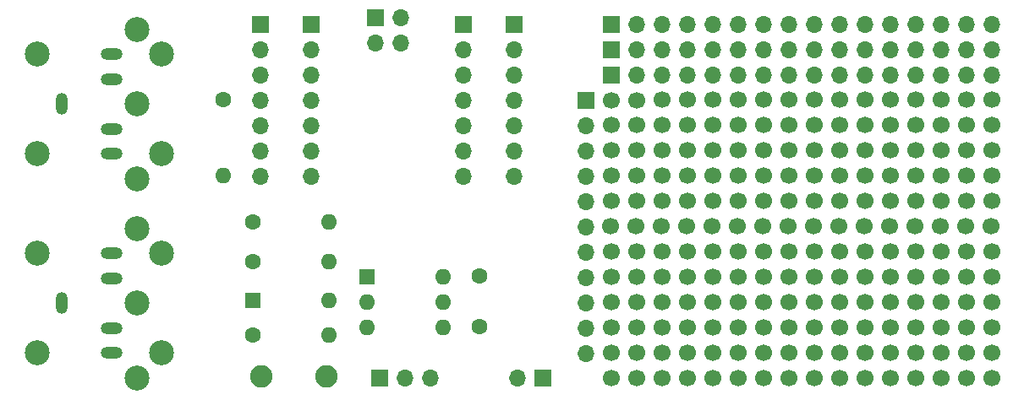
<source format=gbr>
%TF.GenerationSoftware,KiCad,Pcbnew,(6.0.5)*%
%TF.CreationDate,2023-03-15T21:31:39+00:00*%
%TF.ProjectId,XiaoMIDIInterface,5869616f-4d49-4444-9949-6e7465726661,rev?*%
%TF.SameCoordinates,Original*%
%TF.FileFunction,Soldermask,Top*%
%TF.FilePolarity,Negative*%
%FSLAX46Y46*%
G04 Gerber Fmt 4.6, Leading zero omitted, Abs format (unit mm)*
G04 Created by KiCad (PCBNEW (6.0.5)) date 2023-03-15 21:31:39*
%MOMM*%
%LPD*%
G01*
G04 APERTURE LIST*
%ADD10C,1.700000*%
%ADD11R,1.700000X1.700000*%
%ADD12O,1.700000X1.700000*%
%ADD13R,1.600000X1.600000*%
%ADD14O,1.600000X1.600000*%
%ADD15C,2.499360*%
%ADD16C,1.600000*%
%ADD17O,2.200000X1.200000*%
%ADD18O,1.200000X2.200000*%
%ADD19C,2.250000*%
G04 APERTURE END LIST*
D10*
%TO.C,*%
X153020000Y-71348000D03*
%TD*%
%TO.C,*%
X127594600Y-66294000D03*
%TD*%
%TO.C,*%
X147940000Y-53568000D03*
%TD*%
%TO.C,*%
X153020000Y-81508000D03*
%TD*%
%TO.C,*%
X135240000Y-73914000D03*
%TD*%
D11*
%TO.C,J15*%
X96800000Y-81500000D03*
D12*
X99340000Y-81500000D03*
X101880000Y-81500000D03*
%TD*%
D11*
%TO.C,J13*%
X105240000Y-46000000D03*
D12*
X105240000Y-48540000D03*
X105240000Y-51080000D03*
X105240000Y-53620000D03*
X105240000Y-56160000D03*
X105240000Y-58700000D03*
X105240000Y-61240000D03*
%TD*%
D11*
%TO.C,J12*%
X90000000Y-46000000D03*
D12*
X90000000Y-48540000D03*
X90000000Y-51080000D03*
X90000000Y-53620000D03*
X90000000Y-56160000D03*
X90000000Y-58700000D03*
X90000000Y-61240000D03*
%TD*%
D10*
%TO.C,*%
X155560000Y-61188000D03*
%TD*%
%TO.C,*%
X147940000Y-78968000D03*
%TD*%
%TO.C,*%
X140320000Y-71348000D03*
%TD*%
%TO.C,*%
X130160000Y-71374000D03*
%TD*%
%TO.C,*%
X122540000Y-53620000D03*
%TD*%
%TO.C,*%
X150480000Y-56108000D03*
%TD*%
%TO.C,*%
X153020000Y-61188000D03*
%TD*%
%TO.C,*%
X145400000Y-56108000D03*
%TD*%
%TO.C,*%
X122514600Y-66294000D03*
%TD*%
%TO.C,*%
X120000000Y-61214000D03*
%TD*%
%TO.C,*%
X153020000Y-73888000D03*
%TD*%
%TO.C,*%
X150480000Y-78968000D03*
%TD*%
%TO.C,*%
X120000000Y-63754000D03*
%TD*%
%TO.C,*%
X122540000Y-81534000D03*
%TD*%
%TO.C,*%
X127620000Y-71374000D03*
%TD*%
%TO.C,*%
X122540000Y-56134000D03*
%TD*%
%TO.C,*%
X137780000Y-53594000D03*
%TD*%
D13*
%TO.C,U1*%
X95514000Y-71364000D03*
D14*
X95514000Y-73904000D03*
X95514000Y-76444000D03*
X103134000Y-76444000D03*
X103134000Y-73904000D03*
X103134000Y-71364000D03*
%TD*%
D10*
%TO.C,*%
X135240000Y-63754000D03*
%TD*%
%TO.C,*%
X137780000Y-63754000D03*
%TD*%
%TO.C,*%
X158100000Y-68808000D03*
%TD*%
%TO.C,*%
X147940000Y-73888000D03*
%TD*%
D15*
%TO.C,J1*%
X62502300Y-68998740D03*
X62502300Y-79001260D03*
X72497200Y-81498080D03*
X72499740Y-74000000D03*
X72497200Y-66501920D03*
X74999100Y-78996180D03*
X74999100Y-69003820D03*
%TD*%
D10*
%TO.C,*%
X150480000Y-68808000D03*
%TD*%
%TO.C,*%
X145400000Y-63728000D03*
%TD*%
%TO.C,*%
X130160000Y-53594000D03*
%TD*%
%TO.C,*%
X127620000Y-58674000D03*
%TD*%
%TO.C,*%
X137780000Y-56134000D03*
%TD*%
%TO.C,*%
X153020000Y-76428000D03*
%TD*%
%TO.C,*%
X142860000Y-81508000D03*
%TD*%
%TO.C,*%
X147940000Y-71348000D03*
%TD*%
%TO.C,*%
X142860000Y-58648000D03*
%TD*%
%TO.C,*%
X130160000Y-56134000D03*
%TD*%
%TO.C,*%
X140320000Y-76428000D03*
%TD*%
%TO.C,*%
X120000000Y-68834000D03*
%TD*%
%TO.C,*%
X140320000Y-63728000D03*
%TD*%
%TO.C,*%
X142860000Y-53594000D03*
%TD*%
%TO.C,*%
X127620000Y-61214000D03*
%TD*%
%TO.C,*%
X122540000Y-71374000D03*
%TD*%
%TO.C,*%
X125080000Y-71374000D03*
%TD*%
D16*
%TO.C,R1*%
X84100000Y-77200000D03*
D14*
X91720000Y-77200000D03*
%TD*%
D10*
%TO.C,*%
X132700000Y-71374000D03*
%TD*%
%TO.C,*%
X125080000Y-68834000D03*
%TD*%
D11*
%TO.C,J11*%
X113200000Y-81534000D03*
D12*
X110660000Y-81530000D03*
%TD*%
D10*
%TO.C,*%
X135240000Y-78994000D03*
%TD*%
%TO.C,*%
X155560000Y-81508000D03*
%TD*%
%TO.C,*%
X135240000Y-68834000D03*
%TD*%
%TO.C,*%
X127620000Y-76454000D03*
%TD*%
%TO.C,*%
X158100000Y-56108000D03*
%TD*%
%TO.C,*%
X132700000Y-53594000D03*
%TD*%
%TO.C,*%
X147940000Y-58648000D03*
%TD*%
%TO.C,*%
X120000000Y-78994000D03*
%TD*%
%TO.C,*%
X135240000Y-71374000D03*
%TD*%
%TO.C,*%
X137754600Y-66294000D03*
%TD*%
%TO.C,*%
X153020000Y-58648000D03*
%TD*%
%TO.C,*%
X158100000Y-81508000D03*
%TD*%
%TO.C,*%
X137780000Y-81534000D03*
%TD*%
%TO.C,*%
X135240000Y-81534000D03*
%TD*%
%TO.C,*%
X122540000Y-78994000D03*
%TD*%
%TO.C,*%
X135214600Y-66294000D03*
%TD*%
%TO.C,*%
X155534600Y-66268000D03*
%TD*%
%TO.C,*%
X125080000Y-58674000D03*
%TD*%
%TO.C,*%
X140320000Y-81508000D03*
%TD*%
%TO.C,*%
X150480000Y-61188000D03*
%TD*%
%TO.C,*%
X122540000Y-73914000D03*
%TD*%
%TO.C,*%
X155560000Y-76428000D03*
%TD*%
%TO.C,*%
X132700000Y-78994000D03*
%TD*%
%TO.C,*%
X130160000Y-73914000D03*
%TD*%
%TO.C,*%
X132674600Y-66294000D03*
%TD*%
%TO.C,*%
X150480000Y-71348000D03*
%TD*%
%TO.C,*%
X145374600Y-66268000D03*
%TD*%
%TO.C,*%
X132700000Y-81534000D03*
%TD*%
%TO.C,*%
X150480000Y-73888000D03*
%TD*%
D17*
%TO.C,J6*%
X70000000Y-69000000D03*
X70000000Y-71500000D03*
D18*
X65000000Y-74000000D03*
D17*
X70000000Y-79000000D03*
X70000000Y-76500000D03*
%TD*%
D10*
%TO.C,*%
X120000000Y-58674000D03*
%TD*%
%TO.C,*%
X132700000Y-56134000D03*
%TD*%
%TO.C,*%
X145400000Y-73888000D03*
%TD*%
%TO.C,*%
X158100000Y-63728000D03*
%TD*%
%TO.C,*%
X145400000Y-53568000D03*
%TD*%
%TO.C,*%
X155560000Y-56108000D03*
%TD*%
D11*
%TO.C,J4*%
X110320000Y-46000000D03*
D12*
X110320000Y-48540000D03*
X110320000Y-51080000D03*
X110320000Y-53620000D03*
X110320000Y-56160000D03*
X110320000Y-58700000D03*
X110320000Y-61240000D03*
%TD*%
D10*
%TO.C,*%
X147940000Y-68808000D03*
%TD*%
%TO.C,*%
X122540000Y-76454000D03*
%TD*%
%TO.C,*%
X130134600Y-66294000D03*
%TD*%
%TO.C,*%
X140320000Y-58648000D03*
%TD*%
%TO.C,*%
X142860000Y-76428000D03*
%TD*%
%TO.C,*%
X142860000Y-68808000D03*
%TD*%
D11*
%TO.C,J8*%
X120000000Y-46000000D03*
D12*
X122540000Y-46000000D03*
X125080000Y-46000000D03*
X127620000Y-46000000D03*
X130160000Y-46000000D03*
X132700000Y-46000000D03*
X135240000Y-46000000D03*
X137780000Y-46000000D03*
X140320000Y-46000000D03*
X142860000Y-46000000D03*
X145400000Y-46000000D03*
X147940000Y-46000000D03*
X150480000Y-46000000D03*
X153020000Y-46000000D03*
X155560000Y-46000000D03*
X158100000Y-46000000D03*
%TD*%
D10*
%TO.C,*%
X127620000Y-73914000D03*
%TD*%
D11*
%TO.C,J3*%
X84920000Y-46000000D03*
D12*
X84920000Y-48540000D03*
X84920000Y-51080000D03*
X84920000Y-53620000D03*
X84920000Y-56160000D03*
X84920000Y-58700000D03*
X84920000Y-61240000D03*
%TD*%
D10*
%TO.C,*%
X145400000Y-76428000D03*
%TD*%
%TO.C,*%
X142860000Y-63728000D03*
%TD*%
D19*
%TO.C,SW1*%
X91450000Y-81300000D03*
X84950000Y-81300000D03*
%TD*%
D16*
%TO.C,C1*%
X106800000Y-71300000D03*
X106800000Y-76300000D03*
%TD*%
D10*
%TO.C,*%
X137780000Y-73914000D03*
%TD*%
%TO.C,*%
X140320000Y-68808000D03*
%TD*%
%TO.C,*%
X120000000Y-73914000D03*
%TD*%
%TO.C,*%
X145400000Y-71348000D03*
%TD*%
%TO.C,*%
X127620000Y-78994000D03*
%TD*%
%TO.C,*%
X125080000Y-78994000D03*
%TD*%
%TO.C,*%
X150480000Y-63728000D03*
%TD*%
%TO.C,*%
X132700000Y-61214000D03*
%TD*%
%TO.C,*%
X155560000Y-71348000D03*
%TD*%
%TO.C,*%
X145400000Y-68808000D03*
%TD*%
%TO.C,*%
X155560000Y-53568000D03*
%TD*%
%TO.C,*%
X158100000Y-58648000D03*
%TD*%
%TO.C,*%
X158100000Y-71348000D03*
%TD*%
D11*
%TO.C,J14*%
X96425000Y-45325000D03*
D12*
X98965000Y-45325000D03*
X96425000Y-47865000D03*
X98965000Y-47865000D03*
%TD*%
D10*
%TO.C,*%
X130160000Y-61214000D03*
%TD*%
D16*
%TO.C,R4*%
X81200000Y-53600000D03*
D14*
X81200000Y-61220000D03*
%TD*%
D10*
%TO.C,*%
X155560000Y-63728000D03*
%TD*%
D13*
%TO.C,D1*%
X84090000Y-73700000D03*
D14*
X91710000Y-73700000D03*
%TD*%
D10*
%TO.C,*%
X147940000Y-61188000D03*
%TD*%
%TO.C,*%
X140320000Y-56108000D03*
%TD*%
%TO.C,*%
X120000000Y-53620000D03*
%TD*%
%TO.C,*%
X158100000Y-73888000D03*
%TD*%
%TO.C,*%
X119974600Y-66294000D03*
%TD*%
%TO.C,*%
X145400000Y-78968000D03*
%TD*%
%TO.C,*%
X125054600Y-66294000D03*
%TD*%
%TO.C,*%
X147940000Y-63728000D03*
%TD*%
%TO.C,*%
X132700000Y-68834000D03*
%TD*%
D11*
%TO.C,J9*%
X120000000Y-51080000D03*
D12*
X122540000Y-51080000D03*
X125080000Y-51080000D03*
X127620000Y-51080000D03*
X130160000Y-51080000D03*
X132700000Y-51080000D03*
X135240000Y-51080000D03*
X137780000Y-51080000D03*
X140320000Y-51080000D03*
X142860000Y-51080000D03*
X145400000Y-51080000D03*
X147940000Y-51080000D03*
X150480000Y-51080000D03*
X153020000Y-51080000D03*
X155560000Y-51080000D03*
X158100000Y-51080000D03*
%TD*%
D10*
%TO.C,*%
X142860000Y-78968000D03*
%TD*%
%TO.C,*%
X150480000Y-53568000D03*
%TD*%
%TO.C,*%
X150480000Y-76428000D03*
%TD*%
%TO.C,*%
X122540000Y-63754000D03*
%TD*%
%TO.C,*%
X147940000Y-81508000D03*
%TD*%
%TO.C,*%
X137780000Y-76454000D03*
%TD*%
%TO.C,*%
X153020000Y-53568000D03*
%TD*%
%TO.C,*%
X147914600Y-66268000D03*
%TD*%
%TO.C,*%
X150480000Y-81508000D03*
%TD*%
%TO.C,*%
X120000000Y-76454000D03*
%TD*%
%TO.C,*%
X155560000Y-78968000D03*
%TD*%
%TO.C,*%
X155560000Y-73888000D03*
%TD*%
D16*
%TO.C,R2*%
X84100000Y-69800000D03*
D14*
X91720000Y-69800000D03*
%TD*%
D10*
%TO.C,*%
X158100000Y-53568000D03*
%TD*%
%TO.C,*%
X155560000Y-68808000D03*
%TD*%
%TO.C,*%
X137780000Y-68834000D03*
%TD*%
%TO.C,*%
X132700000Y-73914000D03*
%TD*%
%TO.C,*%
X137780000Y-71374000D03*
%TD*%
%TO.C,*%
X140320000Y-73888000D03*
%TD*%
%TO.C,*%
X147940000Y-56108000D03*
%TD*%
%TO.C,*%
X150454600Y-66268000D03*
%TD*%
%TO.C,*%
X132700000Y-76454000D03*
%TD*%
%TO.C,*%
X142860000Y-61188000D03*
%TD*%
D17*
%TO.C,J5*%
X70000000Y-49000000D03*
X70000000Y-51500000D03*
D18*
X65000000Y-54000000D03*
D17*
X70000000Y-59000000D03*
X70000000Y-56500000D03*
%TD*%
D10*
%TO.C,*%
X125080000Y-61214000D03*
%TD*%
%TO.C,*%
X158100000Y-76428000D03*
%TD*%
%TO.C,*%
X140320000Y-61188000D03*
%TD*%
%TO.C,*%
X127620000Y-56134000D03*
%TD*%
%TO.C,*%
X153020000Y-63728000D03*
%TD*%
%TO.C,*%
X130160000Y-81534000D03*
%TD*%
%TO.C,*%
X137780000Y-58674000D03*
%TD*%
%TO.C,*%
X135240000Y-56134000D03*
%TD*%
%TO.C,*%
X158100000Y-78968000D03*
%TD*%
%TO.C,*%
X130160000Y-76454000D03*
%TD*%
%TO.C,*%
X137780000Y-61214000D03*
%TD*%
D16*
%TO.C,R3*%
X84090000Y-65800000D03*
D14*
X91710000Y-65800000D03*
%TD*%
D10*
%TO.C,*%
X130160000Y-63754000D03*
%TD*%
D11*
%TO.C,J7*%
X117460000Y-53620000D03*
D12*
X117460000Y-56160000D03*
X117460000Y-58700000D03*
X117460000Y-61240000D03*
X117460000Y-63780000D03*
X117460000Y-66320000D03*
X117460000Y-68860000D03*
X117460000Y-71400000D03*
X117460000Y-73940000D03*
X117460000Y-76480000D03*
X117460000Y-79020000D03*
%TD*%
D10*
%TO.C,*%
X153020000Y-56108000D03*
%TD*%
%TO.C,*%
X125080000Y-73914000D03*
%TD*%
%TO.C,*%
X127620000Y-68834000D03*
%TD*%
%TO.C,*%
X142834600Y-66268000D03*
%TD*%
%TO.C,*%
X153020000Y-68808000D03*
%TD*%
%TO.C,*%
X120000000Y-81534000D03*
%TD*%
%TO.C,*%
X158100000Y-61188000D03*
%TD*%
%TO.C,*%
X125080000Y-81534000D03*
%TD*%
%TO.C,*%
X120000000Y-71374000D03*
%TD*%
%TO.C,*%
X127620000Y-81534000D03*
%TD*%
%TO.C,*%
X135240000Y-61214000D03*
%TD*%
%TO.C,*%
X130160000Y-78994000D03*
%TD*%
%TO.C,*%
X140294600Y-66268000D03*
%TD*%
%TO.C,*%
X125080000Y-56134000D03*
%TD*%
%TO.C,*%
X147940000Y-76428000D03*
%TD*%
%TO.C,*%
X127620000Y-53594000D03*
%TD*%
%TO.C,*%
X122540000Y-68834000D03*
%TD*%
%TO.C,*%
X125080000Y-63754000D03*
%TD*%
%TO.C,*%
X130160000Y-68834000D03*
%TD*%
%TO.C,*%
X145400000Y-61188000D03*
%TD*%
%TO.C,*%
X142860000Y-56108000D03*
%TD*%
%TO.C,*%
X142860000Y-71348000D03*
%TD*%
%TO.C,*%
X150480000Y-58648000D03*
%TD*%
%TO.C,*%
X120000000Y-56134000D03*
%TD*%
%TO.C,*%
X127620000Y-63754000D03*
%TD*%
D15*
%TO.C,J2*%
X62502300Y-48998740D03*
X62502300Y-59001260D03*
X72497200Y-61498080D03*
X72499740Y-54000000D03*
X72497200Y-46501920D03*
X74999100Y-58996180D03*
X74999100Y-49003820D03*
%TD*%
D10*
%TO.C,*%
X135240000Y-53594000D03*
%TD*%
%TO.C,*%
X140320000Y-53594000D03*
%TD*%
%TO.C,*%
X132700000Y-63754000D03*
%TD*%
%TO.C,*%
X130160000Y-58674000D03*
%TD*%
%TO.C,*%
X155560000Y-58648000D03*
%TD*%
%TO.C,*%
X140320000Y-78968000D03*
%TD*%
%TO.C,*%
X125080000Y-53594000D03*
%TD*%
%TO.C,*%
X137780000Y-78994000D03*
%TD*%
%TO.C,*%
X145400000Y-81508000D03*
%TD*%
%TO.C,*%
X153020000Y-78968000D03*
%TD*%
%TO.C,*%
X122540000Y-61214000D03*
%TD*%
%TO.C,*%
X158074600Y-66268000D03*
%TD*%
%TO.C,*%
X132700000Y-58674000D03*
%TD*%
%TO.C,*%
X125080000Y-76454000D03*
%TD*%
%TO.C,*%
X145400000Y-58648000D03*
%TD*%
%TO.C,*%
X142860000Y-73888000D03*
%TD*%
D11*
%TO.C,J10*%
X120000000Y-48540000D03*
D12*
X122540000Y-48540000D03*
X125080000Y-48540000D03*
X127620000Y-48540000D03*
X130160000Y-48540000D03*
X132700000Y-48540000D03*
X135240000Y-48540000D03*
X137780000Y-48540000D03*
X140320000Y-48540000D03*
X142860000Y-48540000D03*
X145400000Y-48540000D03*
X147940000Y-48540000D03*
X150480000Y-48540000D03*
X153020000Y-48540000D03*
X155560000Y-48540000D03*
X158100000Y-48540000D03*
%TD*%
D10*
%TO.C,*%
X135240000Y-58674000D03*
%TD*%
%TO.C,*%
X135240000Y-76454000D03*
%TD*%
%TO.C,*%
X122540000Y-58674000D03*
%TD*%
%TO.C,*%
X152994600Y-66268000D03*
%TD*%
M02*

</source>
